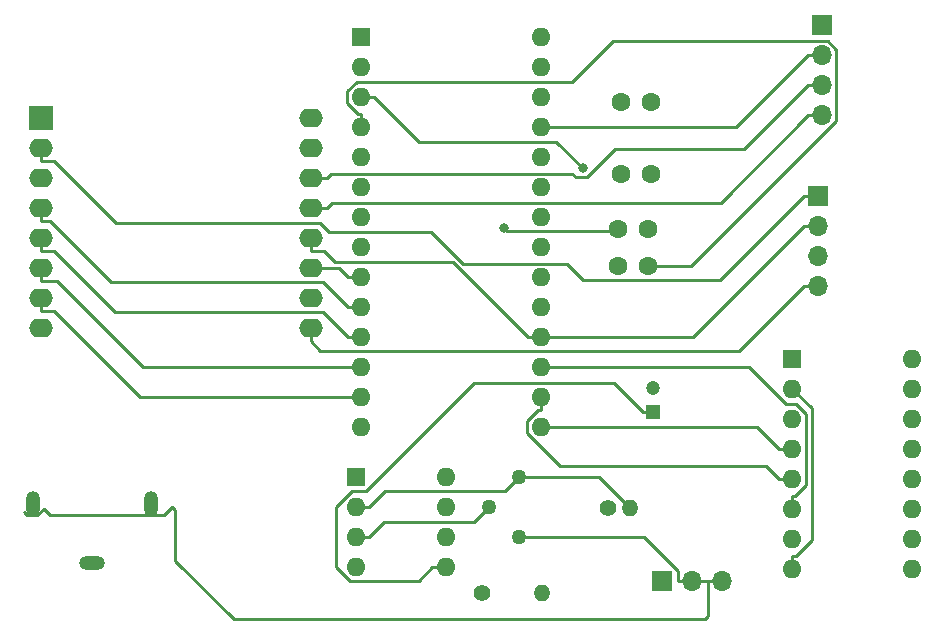
<source format=gbr>
%TF.GenerationSoftware,KiCad,Pcbnew,7.0.6*%
%TF.CreationDate,2024-01-05T10:51:49+01:00*%
%TF.ProjectId,c64sid,63363473-6964-42e6-9b69-6361645f7063,rev?*%
%TF.SameCoordinates,Original*%
%TF.FileFunction,Copper,L1,Top*%
%TF.FilePolarity,Positive*%
%FSLAX46Y46*%
G04 Gerber Fmt 4.6, Leading zero omitted, Abs format (unit mm)*
G04 Created by KiCad (PCBNEW 7.0.6) date 2024-01-05 10:51:49*
%MOMM*%
%LPD*%
G01*
G04 APERTURE LIST*
%TA.AperFunction,ComponentPad*%
%ADD10R,1.600000X1.600000*%
%TD*%
%TA.AperFunction,ComponentPad*%
%ADD11O,1.600000X1.600000*%
%TD*%
%TA.AperFunction,ComponentPad*%
%ADD12C,1.600000*%
%TD*%
%TA.AperFunction,ComponentPad*%
%ADD13R,1.700000X1.700000*%
%TD*%
%TA.AperFunction,ComponentPad*%
%ADD14O,1.700000X1.700000*%
%TD*%
%TA.AperFunction,ComponentPad*%
%ADD15C,1.400000*%
%TD*%
%TA.AperFunction,ComponentPad*%
%ADD16O,1.400000X1.400000*%
%TD*%
%TA.AperFunction,ComponentPad*%
%ADD17O,1.200000X2.200000*%
%TD*%
%TA.AperFunction,ComponentPad*%
%ADD18O,2.200000X1.200000*%
%TD*%
%TA.AperFunction,ComponentPad*%
%ADD19R,1.200000X1.200000*%
%TD*%
%TA.AperFunction,ComponentPad*%
%ADD20C,1.200000*%
%TD*%
%TA.AperFunction,ComponentPad*%
%ADD21C,1.260000*%
%TD*%
%TA.AperFunction,ComponentPad*%
%ADD22R,2.000000X2.000000*%
%TD*%
%TA.AperFunction,ComponentPad*%
%ADD23O,2.000000X1.600000*%
%TD*%
%TA.AperFunction,ViaPad*%
%ADD24C,0.800000*%
%TD*%
%TA.AperFunction,Conductor*%
%ADD25C,0.250000*%
%TD*%
G04 APERTURE END LIST*
D10*
%TO.P,U3,1,CAP1A*%
%TO.N,Net-(U3-CAP1A)*%
X116970000Y-56250000D03*
D11*
%TO.P,U3,2,CAP2A*%
%TO.N,Net-(U3-CAP2A)*%
X116970000Y-58790000D03*
%TO.P,U3,3,CAP1B*%
%TO.N,Net-(U3-CAP1B)*%
X116970000Y-61330000D03*
%TO.P,U3,4,CAP2B*%
%TO.N,Net-(U3-CAP2B)*%
X116970000Y-63870000D03*
%TO.P,U3,5,~{RES}*%
%TO.N,/~{res}*%
X116970000Y-66410000D03*
%TO.P,U3,6,S2*%
%TO.N,/clk*%
X116970000Y-68950000D03*
%TO.P,U3,7,R~{W}*%
%TO.N,/r~{w}*%
X116970000Y-71490000D03*
%TO.P,U3,8,~{CS}*%
%TO.N,/~{cs}*%
X116970000Y-74030000D03*
%TO.P,U3,9,A0*%
%TO.N,/A_{0}*%
X116970000Y-76570000D03*
%TO.P,U3,10,A1*%
%TO.N,/A_{1}*%
X116970000Y-79110000D03*
%TO.P,U3,11,A2*%
%TO.N,/A_{2}*%
X116970000Y-81650000D03*
%TO.P,U3,12,A3*%
%TO.N,/A_{3}*%
X116970000Y-84190000D03*
%TO.P,U3,13,A4*%
%TO.N,/A_{4}*%
X116970000Y-86730000D03*
%TO.P,U3,14,GND*%
%TO.N,unconnected-(U3-GND-Pad14)*%
X116970000Y-89270000D03*
%TO.P,U3,15,D0*%
%TO.N,/D0*%
X132210000Y-89270000D03*
%TO.P,U3,16,D1*%
%TO.N,/D1*%
X132210000Y-86730000D03*
%TO.P,U3,17,D2*%
%TO.N,/D2*%
X132210000Y-84190000D03*
%TO.P,U3,18,D3*%
%TO.N,/D3*%
X132210000Y-81650000D03*
%TO.P,U3,19,D4*%
%TO.N,/D4*%
X132210000Y-79110000D03*
%TO.P,U3,20,D5*%
%TO.N,/D5*%
X132210000Y-76570000D03*
%TO.P,U3,21,D6*%
%TO.N,/D6*%
X132210000Y-74030000D03*
%TO.P,U3,22,D7*%
%TO.N,/D7*%
X132210000Y-71490000D03*
%TO.P,U3,23,POTY*%
%TO.N,unconnected-(U3-POTY-Pad23)*%
X132210000Y-68950000D03*
%TO.P,U3,24,POTX*%
%TO.N,unconnected-(U3-POTX-Pad24)*%
X132210000Y-66410000D03*
%TO.P,U3,25,Vcc*%
%TO.N,VCC*%
X132210000Y-63870000D03*
%TO.P,U3,26,EXT*%
%TO.N,unconnected-(U3-EXT-Pad26)*%
X132210000Y-61330000D03*
%TO.P,U3,27,OUT*%
%TO.N,Net-(U3-OUT)*%
X132210000Y-58790000D03*
%TO.P,U3,28,Vdd*%
%TO.N,+12V*%
X132210000Y-56250000D03*
%TD*%
D12*
%TO.P,C6,1*%
%TO.N,Net-(U3-OUT)*%
X139022300Y-67870000D03*
%TO.P,C6,2*%
%TO.N,GND*%
X141522300Y-67870000D03*
%TD*%
D13*
%TO.P,J1,1,Pin_1*%
%TO.N,GND*%
X142500000Y-102300000D03*
D14*
%TO.P,J1,2,Pin_2*%
%TO.N,Audio*%
X145040000Y-102300000D03*
%TO.P,J1,3,Pin_3*%
X147580000Y-102300000D03*
%TD*%
D15*
%TO.P,R17,1*%
%TO.N,Net-(C5-Pad1)*%
X137860000Y-96100000D03*
D16*
%TO.P,R17,2*%
%TO.N,GND*%
X139760000Y-96100000D03*
%TD*%
D15*
%TO.P,R18,1*%
%TO.N,Net-(U3-OUT)*%
X127210000Y-103350000D03*
D16*
%TO.P,R18,2*%
%TO.N,Net-(C5-Pad1)*%
X132290000Y-103350000D03*
%TD*%
D12*
%TO.P,C1,1*%
%TO.N,Net-(U3-CAP2A)*%
X138750000Y-72500000D03*
%TO.P,C1,2*%
%TO.N,Net-(U3-CAP1A)*%
X141250000Y-72500000D03*
%TD*%
D10*
%TO.P,U5,1,GAIN*%
%TO.N,unconnected-(U5-GAIN-Pad1)*%
X116520000Y-93500000D03*
D11*
%TO.P,U5,2,-*%
%TO.N,GND*%
X116520000Y-96040000D03*
%TO.P,U5,3,+*%
%TO.N,Net-(U5-+)*%
X116520000Y-98580000D03*
%TO.P,U5,4,GND*%
%TO.N,GND*%
X116520000Y-101120000D03*
%TO.P,U5,5*%
%TO.N,Net-(C3-Pad1)*%
X124140000Y-101120000D03*
%TO.P,U5,6,V+*%
%TO.N,VCC*%
X124140000Y-98580000D03*
%TO.P,U5,7,BYPASS*%
%TO.N,unconnected-(U5-BYPASS-Pad7)*%
X124140000Y-96040000D03*
%TO.P,U5,8,GAIN*%
%TO.N,unconnected-(U5-GAIN-Pad8)*%
X124140000Y-93500000D03*
%TD*%
D13*
%TO.P,J3,1,Pin_1*%
%TO.N,GND*%
X156025000Y-55250000D03*
D14*
%TO.P,J3,2,Pin_2*%
%TO.N,VCC*%
X156025000Y-57790000D03*
%TO.P,J3,3,Pin_3*%
%TO.N,/SCL*%
X156025000Y-60330000D03*
%TO.P,J3,4,Pin_4*%
%TO.N,/SDA*%
X156025000Y-62870000D03*
%TD*%
D10*
%TO.P,U1,1,A0*%
%TO.N,unconnected-(U1-A0-Pad1)*%
X153500000Y-83510000D03*
D11*
%TO.P,U1,2,A1*%
%TO.N,GND*%
X153500000Y-86050000D03*
%TO.P,U1,3,A2*%
X153500000Y-88590000D03*
%TO.P,U1,4,P0*%
%TO.N,/D0*%
X153500000Y-91130000D03*
%TO.P,U1,5,P1*%
%TO.N,/D1*%
X153500000Y-93670000D03*
%TO.P,U1,6,P2*%
%TO.N,/D2*%
X153500000Y-96210000D03*
%TO.P,U1,7,P3*%
%TO.N,/D3*%
X153500000Y-98750000D03*
%TO.P,U1,8,VSS*%
%TO.N,GND*%
X153500000Y-101290000D03*
%TO.P,U1,9,P4*%
%TO.N,/D4*%
X163660000Y-101290000D03*
%TO.P,U1,10,P5*%
%TO.N,/D5*%
X163660000Y-98750000D03*
%TO.P,U1,11,P6*%
%TO.N,/D6*%
X163660000Y-96210000D03*
%TO.P,U1,12,P7*%
%TO.N,/D7*%
X163660000Y-93670000D03*
%TO.P,U1,13,~{INT}*%
%TO.N,unconnected-(U1-~{INT}-Pad13)*%
X163660000Y-91130000D03*
%TO.P,U1,14,SCL*%
%TO.N,/SCL*%
X163660000Y-88590000D03*
%TO.P,U1,15,SDA*%
%TO.N,/SDA*%
X163660000Y-86050000D03*
%TO.P,U1,16,VDD*%
%TO.N,VCC*%
X163660000Y-83510000D03*
%TD*%
D17*
%TO.P,P1,R*%
%TO.N,N/C*%
X89200000Y-95800000D03*
D18*
%TO.P,P1,S*%
X94200000Y-100800000D03*
D17*
%TO.P,P1,T*%
X99200000Y-95800000D03*
%TD*%
D19*
%TO.P,C3,1*%
%TO.N,Net-(C3-Pad1)*%
X141750000Y-87950000D03*
D20*
%TO.P,C3,2*%
%TO.N,Net-(P1-R)*%
X141750000Y-85950000D03*
%TD*%
D12*
%TO.P,C2,1*%
%TO.N,Net-(U3-CAP1B)*%
X138750000Y-75650000D03*
%TO.P,C2,2*%
%TO.N,Net-(U3-CAP2B)*%
X141250000Y-75650000D03*
%TD*%
D21*
%TO.P,RV1,1,1*%
%TO.N,Audio*%
X130370000Y-98550000D03*
%TO.P,RV1,2,2*%
%TO.N,Net-(U5-+)*%
X127830000Y-96010000D03*
%TO.P,RV1,3,3*%
%TO.N,GND*%
X130370000Y-93470000D03*
%TD*%
D13*
%TO.P,J2,1,Pin_1*%
%TO.N,/In*%
X155675000Y-69700000D03*
D14*
%TO.P,J2,2,Pin_2*%
%TO.N,/D3*%
X155675000Y-72240000D03*
%TO.P,J2,3,Pin_3*%
%TO.N,GND*%
X155675000Y-74780000D03*
%TO.P,J2,4,Pin_4*%
%TO.N,VCC*%
X155675000Y-77320000D03*
%TD*%
D22*
%TO.P,U2,1,~{RST}*%
%TO.N,/RST*%
X89890000Y-63110000D03*
D23*
%TO.P,U2,2,A0*%
%TO.N,/In*%
X89890000Y-65650000D03*
%TO.P,U2,3,D0*%
%TO.N,/RST*%
X89890000Y-68190000D03*
%TO.P,U2,4,SCK/D5*%
%TO.N,/A_{1}*%
X89890000Y-70730000D03*
%TO.P,U2,5,MISO/D6*%
%TO.N,/A_{2}*%
X89890000Y-73270000D03*
%TO.P,U2,6,MOSI/D7*%
%TO.N,/A_{3}*%
X89890000Y-75810000D03*
%TO.P,U2,7,CS/D8*%
%TO.N,/A_{4}*%
X89890000Y-78350000D03*
%TO.P,U2,8,3V3*%
%TO.N,unconnected-(U2-3V3-Pad8)*%
X89890000Y-80890000D03*
%TO.P,U2,9,5V*%
%TO.N,VCC*%
X112750000Y-80890000D03*
%TO.P,U2,10,GND*%
%TO.N,GND*%
X112750000Y-78350000D03*
%TO.P,U2,11,D4*%
%TO.N,/A_{0}*%
X112750000Y-75810000D03*
%TO.P,U2,12,D3*%
%TO.N,/D3*%
X112750000Y-73270000D03*
%TO.P,U2,13,SDA/D2*%
%TO.N,/SDA*%
X112750000Y-70730000D03*
%TO.P,U2,14,SCL/D1*%
%TO.N,/SCL*%
X112750000Y-68190000D03*
%TO.P,U2,15,RX*%
%TO.N,unconnected-(U2-RX-Pad15)*%
X112750000Y-65650000D03*
%TO.P,U2,16,TX*%
%TO.N,unconnected-(U2-TX-Pad16)*%
X112750000Y-63110000D03*
%TD*%
D12*
%TO.P,C5,1*%
%TO.N,Net-(C5-Pad1)*%
X139022300Y-61760000D03*
%TO.P,C5,2*%
%TO.N,Audio*%
X141522300Y-61760000D03*
%TD*%
D24*
%TO.N,Net-(U3-CAP2A)*%
X129125900Y-72380600D03*
%TO.N,Net-(U3-CAP1B)*%
X135759900Y-67367500D03*
%TD*%
D25*
%TO.N,GND*%
X155141100Y-87691100D02*
X153500000Y-86050000D01*
X118989300Y-94697600D02*
X117646900Y-96040000D01*
X153500000Y-100163100D02*
X153781700Y-100163100D01*
X137130000Y-93470000D02*
X139760000Y-96100000D01*
X129142400Y-94697600D02*
X118989300Y-94697600D01*
X153500000Y-101290000D02*
X153500000Y-100163100D01*
X130370000Y-93470000D02*
X129142400Y-94697600D01*
X155141100Y-98803700D02*
X155141100Y-87691100D01*
X153781700Y-100163100D02*
X155141100Y-98803700D01*
X130370000Y-93470000D02*
X137130000Y-93470000D01*
X116520000Y-96040000D02*
X117646900Y-96040000D01*
%TO.N,Audio*%
X100275000Y-96725000D02*
X90666852Y-96725000D01*
X101000000Y-96000000D02*
X100275000Y-96725000D01*
X147580000Y-102300000D02*
X146400000Y-102300000D01*
X88675000Y-96725000D02*
X88450000Y-96500000D01*
X89583148Y-96725000D02*
X88675000Y-96725000D01*
X145040000Y-102300000D02*
X143863100Y-102300000D01*
X90666852Y-96725000D02*
X90125000Y-96183148D01*
X146400000Y-102300000D02*
X145040000Y-102300000D01*
X146400000Y-105300000D02*
X146150000Y-105550000D01*
X140945400Y-98550000D02*
X143863100Y-101467700D01*
X143863100Y-101467700D02*
X143863100Y-102300000D01*
X90125000Y-96183148D02*
X89583148Y-96725000D01*
X101250000Y-96250000D02*
X101000000Y-96000000D01*
X101250000Y-100571142D02*
X101250000Y-96250000D01*
X146150000Y-105550000D02*
X106228858Y-105550000D01*
X130370000Y-98550000D02*
X140945400Y-98550000D01*
X106228858Y-105550000D02*
X101250000Y-100571142D01*
X146400000Y-102300000D02*
X146400000Y-105300000D01*
%TO.N,Net-(U5-+)*%
X127830000Y-96010000D02*
X126530000Y-97310000D01*
X118916900Y-97310000D02*
X117646900Y-98580000D01*
X126530000Y-97310000D02*
X118916900Y-97310000D01*
X116520000Y-98580000D02*
X117646900Y-98580000D01*
%TO.N,Net-(C3-Pad1)*%
X116029800Y-102262000D02*
X121871100Y-102262000D01*
X116219200Y-94697800D02*
X114875700Y-96041300D01*
X138410900Y-85537800D02*
X126580100Y-85537800D01*
X124140000Y-101120000D02*
X123013100Y-101120000D01*
X140823100Y-87950000D02*
X138410900Y-85537800D01*
X117420100Y-94697800D02*
X116219200Y-94697800D01*
X121871100Y-102262000D02*
X123013100Y-101120000D01*
X126580100Y-85537800D02*
X117420100Y-94697800D01*
X114875700Y-101107900D02*
X116029800Y-102262000D01*
X141750000Y-87950000D02*
X140823100Y-87950000D01*
X114875700Y-96041300D02*
X114875700Y-101107900D01*
%TO.N,VCC*%
X149028700Y-82789400D02*
X154498100Y-77320000D01*
X148768100Y-63870000D02*
X132210000Y-63870000D01*
X156025000Y-57790000D02*
X154848100Y-57790000D01*
X112750000Y-80890000D02*
X112750000Y-82016900D01*
X154848100Y-57790000D02*
X148768100Y-63870000D01*
X155675000Y-77320000D02*
X154498100Y-77320000D01*
X112750000Y-82016900D02*
X113522500Y-82789400D01*
X113522500Y-82789400D02*
X149028700Y-82789400D01*
%TO.N,/D0*%
X150513100Y-89270000D02*
X132210000Y-89270000D01*
X152373100Y-91130000D02*
X150513100Y-89270000D01*
X153500000Y-91130000D02*
X152373100Y-91130000D01*
%TO.N,Net-(U3-CAP2A)*%
X138620000Y-72630000D02*
X129375300Y-72630000D01*
X129375300Y-72630000D02*
X129125900Y-72380600D01*
X138750000Y-72500000D02*
X138620000Y-72630000D01*
%TO.N,Net-(U3-CAP1B)*%
X133532400Y-65140000D02*
X135759900Y-67367500D01*
X116970000Y-61330000D02*
X118096900Y-61330000D01*
X118096900Y-61330000D02*
X121906900Y-65140000D01*
X121906900Y-65140000D02*
X133532400Y-65140000D01*
%TO.N,Net-(U3-CAP2B)*%
X144961000Y-75650000D02*
X141250000Y-75650000D01*
X116608300Y-60060000D02*
X134841000Y-60060000D01*
X115818600Y-60849700D02*
X116608300Y-60060000D01*
X138295900Y-56605100D02*
X156533800Y-56605100D01*
X134841000Y-60060000D02*
X138295900Y-56605100D01*
X116970000Y-63870000D02*
X116970000Y-62743100D01*
X115818600Y-61825200D02*
X115818600Y-60849700D01*
X157230900Y-63380100D02*
X144961000Y-75650000D01*
X156533800Y-56605100D02*
X157230900Y-57302200D01*
X116970000Y-62743100D02*
X116736500Y-62743100D01*
X116736500Y-62743100D02*
X115818600Y-61825200D01*
X157230900Y-57302200D02*
X157230900Y-63380100D01*
%TO.N,/A_{0}*%
X112750000Y-75810000D02*
X115083100Y-75810000D01*
X115083100Y-75810000D02*
X115843100Y-76570000D01*
X116970000Y-76570000D02*
X115843100Y-76570000D01*
%TO.N,/A_{1}*%
X116970000Y-79110000D02*
X115843100Y-79110000D01*
X95804300Y-77018900D02*
X90642300Y-71856900D01*
X115843100Y-79110000D02*
X113752000Y-77018900D01*
X89890000Y-70730000D02*
X89890000Y-71856900D01*
X113752000Y-77018900D02*
X95804300Y-77018900D01*
X90642300Y-71856900D02*
X89890000Y-71856900D01*
%TO.N,/A_{2}*%
X91016900Y-74396900D02*
X96180400Y-79560400D01*
X116970000Y-81650000D02*
X115843100Y-81650000D01*
X96180400Y-79560400D02*
X113753500Y-79560400D01*
X89890000Y-74396900D02*
X91016900Y-74396900D01*
X89890000Y-73270000D02*
X89890000Y-74396900D01*
X113753500Y-79560400D02*
X115843100Y-81650000D01*
%TO.N,/A_{3}*%
X116970000Y-84190000D02*
X98534600Y-84190000D01*
X89890000Y-75810000D02*
X89890000Y-76936900D01*
X98534600Y-84190000D02*
X91281500Y-76936900D01*
X91281500Y-76936900D02*
X89890000Y-76936900D01*
%TO.N,/A_{4}*%
X89890000Y-79476900D02*
X91016900Y-79476900D01*
X91016900Y-79476900D02*
X98270000Y-86730000D01*
X89890000Y-78350000D02*
X89890000Y-79476900D01*
X98270000Y-86730000D02*
X116970000Y-86730000D01*
%TO.N,/D1*%
X131060600Y-88772800D02*
X131976500Y-87856900D01*
X133849400Y-92543100D02*
X131060600Y-89754300D01*
X153500000Y-93670000D02*
X152373100Y-93670000D01*
X151246200Y-92543100D02*
X133849400Y-92543100D01*
X131976500Y-87856900D02*
X132210000Y-87856900D01*
X131060600Y-89754300D02*
X131060600Y-88772800D01*
X152373100Y-93670000D02*
X151246200Y-92543100D01*
X132210000Y-86730000D02*
X132210000Y-87856900D01*
%TO.N,/D2*%
X132210000Y-84190000D02*
X149839800Y-84190000D01*
X154656200Y-88122400D02*
X154656200Y-94160400D01*
X149839800Y-84190000D02*
X152969800Y-87320000D01*
X153500000Y-96210000D02*
X153500000Y-95083100D01*
X154656200Y-94160400D02*
X153733500Y-95083100D01*
X153853800Y-87320000D02*
X154656200Y-88122400D01*
X153733500Y-95083100D02*
X153500000Y-95083100D01*
X152969800Y-87320000D02*
X153853800Y-87320000D01*
%TO.N,/D3*%
X155675000Y-72240000D02*
X154498100Y-72240000D01*
X112750000Y-74396900D02*
X113876900Y-74396900D01*
X112750000Y-73270000D02*
X112750000Y-74396900D01*
X113876900Y-74396900D02*
X114781500Y-75301500D01*
X145088100Y-81650000D02*
X132210000Y-81650000D01*
X114781500Y-75301500D02*
X124734600Y-75301500D01*
X124734600Y-75301500D02*
X131083100Y-81650000D01*
X154498100Y-72240000D02*
X145088100Y-81650000D01*
X132210000Y-81650000D02*
X131083100Y-81650000D01*
%TO.N,/In*%
X155675000Y-69700000D02*
X154498100Y-69700000D01*
X96240000Y-72000000D02*
X91016900Y-66776900D01*
X135756100Y-76787000D02*
X134410700Y-75441600D01*
X91016900Y-66776900D02*
X89890000Y-66776900D01*
X134410700Y-75441600D02*
X125588100Y-75441600D01*
X113480200Y-72000000D02*
X96240000Y-72000000D01*
X154498100Y-69700000D02*
X147411100Y-76787000D01*
X114240200Y-72760000D02*
X113480200Y-72000000D01*
X122906500Y-72760000D02*
X114240200Y-72760000D01*
X125588100Y-75441600D02*
X122906500Y-72760000D01*
X89890000Y-65650000D02*
X89890000Y-66776900D01*
X147411100Y-76787000D02*
X135756100Y-76787000D01*
%TO.N,/SDA*%
X112750000Y-70730000D02*
X114076900Y-70730000D01*
X147455000Y-70263100D02*
X114543800Y-70263100D01*
X114543800Y-70263100D02*
X114076900Y-70730000D01*
X156025000Y-62870000D02*
X154848100Y-62870000D01*
X154848100Y-62870000D02*
X147455000Y-70263100D01*
%TO.N,/SCL*%
X136106100Y-68094500D02*
X138468000Y-65732600D01*
X112750000Y-68190000D02*
X114076900Y-68190000D01*
X135167500Y-68094500D02*
X136106100Y-68094500D01*
X114459400Y-67807500D02*
X134880500Y-67807500D01*
X114076900Y-68190000D02*
X114459400Y-67807500D01*
X138468000Y-65732600D02*
X149445500Y-65732600D01*
X149445500Y-65732600D02*
X154848100Y-60330000D01*
X134880500Y-67807500D02*
X135167500Y-68094500D01*
X156025000Y-60330000D02*
X154848100Y-60330000D01*
%TD*%
M02*

</source>
